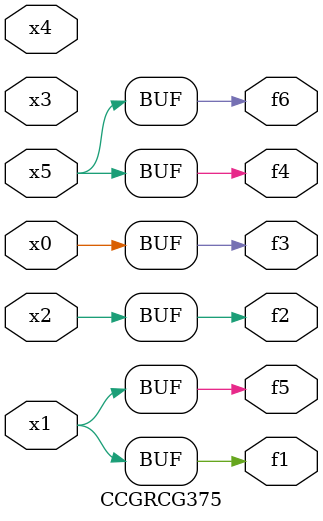
<source format=v>
module CCGRCG375(
	input x0, x1, x2, x3, x4, x5,
	output f1, f2, f3, f4, f5, f6
);
	assign f1 = x1;
	assign f2 = x2;
	assign f3 = x0;
	assign f4 = x5;
	assign f5 = x1;
	assign f6 = x5;
endmodule

</source>
